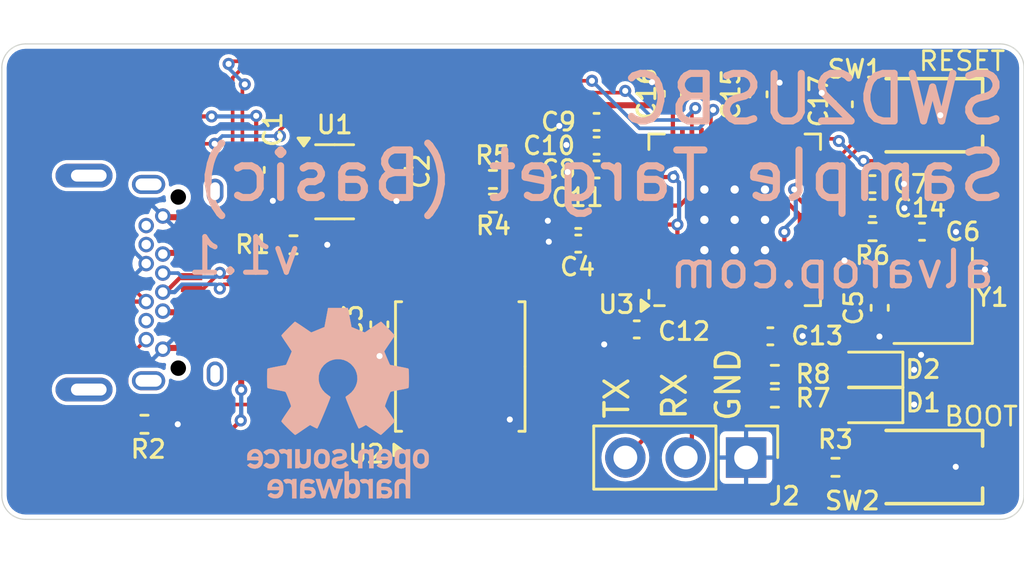
<source format=kicad_pcb>
(kicad_pcb (version 20240108) (generator "pcbnew") (generator_version "8.0")
  (title_block (title "SWD2USBC Sample Target (Basic)") (date "2025-02-16") (rev "v1.1") (company "alvarop.com"))
  (layers (0 "F.Cu" signal) (31 "B.Cu" signal) (34 "B.Paste" user) (35 "F.Paste" user) (36 "B.SilkS" user "B.Silkscreen") (37 "F.SilkS" user "F.Silkscreen") (38 "B.Mask" user) (39 "F.Mask" user) (44 "Edge.Cuts" user))
  (net 0 "")
  (net 1 "VBUS")
  (net 2 "GND")
  (net 3 "+3V3")
  (net 4 "+1V1")
  (net 5 "/XIN")
  (net 6 "Net-(C6-Pad1)")
  (net 7 "Net-(D1-A)")
  (net 8 "Net-(D2-A)")
  (net 9 "/USB_D+")
  (net 10 "/CC2")
  (net 11 "/CC1")
  (net 13 "/SWCLK")
  (net 14 "/SWD")
  (net 15 "/SWO")
  (net 16 "/USB_D-")
  (net 18 "/RUN")
  (net 21 "/~{USB_BOOT}")
  (net 22 "/QSPI_SS")
  (net 23 "/XOUT")
  (net 24 "/LED1")
  (net 25 "/LED2")
  (net 27 "/QSPI_SD0")
  (net 28 "/QSPI_SD2")
  (net 29 "/QSPI_SD3")
  (net 30 "/QSPI_SD1")
  (net 31 "/QSPI_SCLK")
  (net 39 "/UART0_TX")
  (net 47 "/UART0_RX")
  (net 58 "/D+")
  (net 59 "/D-")
  (footprint "alvarop:UT11113-11602-7H" (layer "F.Cu") (at 84.4225 100.04 -90)
    (property "Reference" "J1" (hide yes))
    (property "Value" "USB_C_Receptacle")
  )
  (footprint "Capacitor_SMD:C_0402_1005Metric" (layer "F.Cu") (at 105.23 92.1 90)
    (property "Reference" "C16")
    (property "Value" "0.1uF")
  )
  (footprint "LED_SMD:LED_0603_1608Metric" (layer "F.Cu") (at 113.42 103.7 180)
    (property "Reference" "D2")
    (property "Value" "LED")
  )
  (footprint "Capacitor_SMD:C_0402_1005Metric" (layer "F.Cu") (at 103.71 102.01 180)
    (property "Reference" "C12")
    (property "Value" "0.1uF")
  )
  (footprint "Resistor_SMD:R_0402_1005Metric" (layer "F.Cu") (at 97.66 95.7)
    (property "Reference" "R5")
    (property "Value" "27")
  )
  (footprint "Resistor_SMD:R_0402_1005Metric" (layer "F.Cu") (at 109.52 103.9)
    (property "Reference" "R8")
    (property "Value" "5.1k")
  )
  (footprint "Package_DFN_QFN:QFN-56-1EP_7x7mm_P0.4mm_EP3.2x3.2mm" (layer "F.Cu") (at 107.83 97.4 90)
    (property "Reference" "U3")
    (property "Value" "RP2040")
  )
  (footprint "Capacitor_SMD:C_0402_1005Metric" (layer "F.Cu") (at 101.25 98.4 180)
    (property "Reference" "C4")
    (property "Value" "0.1uF")
  )
  (footprint "" (layer "F.Cu") (at 107.83 97.4)
    (property "Reference" "")
    (property "Value" "")
  )
  (footprint "easyeda:SW-SMD_L3.9-W3.0-P4.45" (layer "F.Cu") (at 116.23 107.8 180)
    (property "Reference" "SW2")
    (property "Value" "SW_Push")
  )
  (footprint "" (layer "F.Cu") (at 109.105 96.125)
    (property "Reference" "")
    (property "Value" "")
  )
  (footprint "" (layer "F.Cu") (at 109.105 97.4)
    (property "Reference" "")
    (property "Value" "")
  )
  (footprint "" (layer "F.Cu") (at 107.83 96.125)
    (property "Reference" "")
    (property "Value" "")
  )
  (footprint "Capacitor_SMD:C_0402_1005Metric" (layer "F.Cu") (at 115.71 97.9)
    (property "Reference" "C6")
    (property "Value" "15p")
  )
  (footprint "" (layer "F.Cu") (at 109.105 98.675)
    (property "Reference" "")
    (property "Value" "")
  )
  (footprint "Capacitor_SMD:C_0402_1005Metric" (layer "F.Cu") (at 113.63 96.9)
    (property "Reference" "C14")
    (property "Value" "0.1uF")
  )
  (footprint "Resistor_SMD:R_0402_1005Metric" (layer "F.Cu") (at 83 106)
    (property "Reference" "R2")
    (property "Value" "5.1k")
  )
  (footprint "Capacitor_SMD:C_0402_1005Metric" (layer "F.Cu") (at 109.33 102.3)
    (property "Reference" "C13")
    (property "Value" "0.1uF")
  )
  (footprint "Crystal:Crystal_SMD_3225-4Pin_3.2x2.5mm" (layer "F.Cu") (at 116.18 100.6 90)
    (property "Reference" "Y1")
    (property "Value" "ABM8-272-T3")
  )
  (footprint "Capacitor_SMD:C_0402_1005Metric" (layer "F.Cu") (at 112.42 92.54 90)
    (property "Reference" "C17")
    (property "Value" "0.1uF")
  )
  (footprint "" (layer "F.Cu") (at 106.555 96.125)
    (property "Reference" "")
    (property "Value" "")
  )
  (footprint "Resistor_SMD:R_0402_1005Metric" (layer "F.Cu") (at 113.63 97.9)
    (property "Reference" "R6")
    (property "Value" "1k")
  )
  (footprint "Resistor_SMD:R_0402_1005Metric" (layer "F.Cu") (at 97.66 96.7)
    (property "Reference" "R4")
    (property "Value" "27")
  )
  (footprint "Connector_PinHeader_2.54mm:PinHeader_1x03_P2.54mm_Vertical" (layer "F.Cu") (at 108.31 107.4 -90)
    (property "Reference" "J2")
    (property "Value" "Conn_01x03")
  )
  (footprint "" (layer "F.Cu") (at 106.555 97.4)
    (property "Reference" "")
    (property "Value" "")
  )
  (footprint "" (layer "F.Cu") (at 107.83 98.675)
    (property "Reference" "")
    (property "Value" "")
  )
  (footprint "Package_TO_SOT_SMD:SOT-23-5" (layer "F.Cu") (at 91 95.8)
    (property "Reference" "U1")
    (property "Value" "MIC5504-3.3YM5")
  )
  (footprint "Capacitor_SMD:C_0402_1005Metric" (layer "F.Cu") (at 113.93 101.1 -90)
    (property "Reference" "C5")
    (property "Value" "15p")
  )
  (footprint "Capacitor_SMD:C_0402_1005Metric" (layer "F.Cu") (at 101.25 97.4 180)
    (property "Reference" "C11")
    (property "Value" "0.1uF")
  )
  (footprint "Capacitor_SMD:C_0402_1005Metric" (layer "F.Cu") (at 113.63 95.9)
    (property "Reference" "C7")
    (property "Value" "0.1uF")
  )
  (footprint "Resistor_SMD:R_0402_1005Metric" (layer "F.Cu") (at 112.07 107.81)
    (property "Reference" "R3")
    (property "Value" "1k")
  )
  (footprint "Package_SO:SOIC-8_5.23x5.23mm_P1.27mm" (layer "F.Cu") (at 96.285 103.57 90)
    (property "Reference" "U2")
    (property "Value" "W25Q128JVS")
  )
  (footprint "LED_SMD:LED_0603_1608Metric" (layer "F.Cu") (at 113.42 105.2 180)
    (property "Reference" "D1")
    (property "Value" "LED")
  )
  (footprint "Resistor_SMD:R_0402_1005Metric" (layer "F.Cu") (at 109.52 104.9)
    (property "Reference" "R7")
    (property "Value" "5.1k")
  )
  (footprint "Capacitor_SMD:C_0402_1005Metric" (layer "F.Cu") (at 102.02 94.28 180)
    (property "Reference" "C10")
    (property "Value" "1uF")
  )
  (footprint "Capacitor_SMD:C_0402_1005Metric" (layer "F.Cu") (at 93.6 95.34 -90)
    (property "Reference" "C2")
    (property "Value" "1uF")
  )
  (footprint "Capacitor_SMD:C_0402_1005Metric" (layer "F.Cu") (at 92.88 101.8 -90)
    (property "Reference" "C3")
    (property "Value" "0.1uF")
  )
  (footprint "Capacitor_SMD:C_0402_1005Metric" (layer "F.Cu") (at 108.83 92.12 90)
    (property "Reference" "C15")
    (property "Value" "0.1uF")
  )
  (footprint "Capacitor_SMD:C_0402_1005Metric" (layer "F.Cu") (at 102.02 95.28 180)
    (property "Reference" "C8")
    (property "Value" "1uF")
  )
  (footprint "Resistor_SMD:R_0402_1005Metric" (layer "F.Cu") (at 89.27 98.45)
    (property "Reference" "R1")
    (property "Value" "5.1k")
  )
  (footprint "" (layer "F.Cu") (at 106.555 98.675)
    (property "Reference" "")
    (property "Value" "")
  )
  (footprint "easyeda:SW-SMD_L3.9-W3.0-P4.45" (layer "F.Cu") (at 116.23 93 180)
    (property "Reference" "SW1")
    (property "Value" "SW_Push")
  )
  (footprint "Capacitor_SMD:C_0402_1005Metric" (layer "F.Cu") (at 88.4 95.3 -90)
    (property "Reference" "C1")
    (property "Value" "1uF")
  )
  (footprint "Capacitor_SMD:C_0402_1005Metric" (layer "F.Cu") (at 102.02 93.28 180)
    (property "Reference" "C9")
    (property "Value" "0.1uF")
  )
  (footprint "Symbol:OSHW-Logo_7.5x8mm_SilkScreen" (layer "B.Cu") (at 91.15 105.11 180)
    (property "Reference" "REF**" (hide yes))
    (property "Value" "OSHW-Logo_7.5x8mm_SilkScreen" (hide yes))
  )
  (gr_line (start 119 110) (end 78 110) (stroke (width 0.05)) (layer "Edge.Cuts"))
  (gr_arc (start 78 110) (mid 77.292893 109.707107) (end 77 109) (stroke (width 0.05)) (layer "Edge.Cuts"))
  (gr_line (start 120 91) (end 120 109) (stroke (width 0.05)) (layer "Edge.Cuts"))
  (gr_line (start 78 90) (end 119 90) (stroke (width 0.05)) (layer "Edge.Cuts"))
  (gr_arc (start 120 109) (mid 119.707107 109.707107) (end 119 110) (stroke (width 0.05)) (layer "Edge.Cuts"))
  (gr_line (start 77 109) (end 77 91) (stroke (width 0.05)) (layer "Edge.Cuts"))
  (gr_arc (start 119 90) (mid 119.707107 90.292893) (end 120 91) (stroke (width 0.05)) (layer "Edge.Cuts"))
  (gr_arc (start 77 91) (mid 77.292893 90.292893) (end 78 90) (stroke (width 0.05)) (layer "Edge.Cuts"))
  (gr_text "${REVISION}" (at 89.68 99.8 0) (layer "B.SilkS") (effects (font (size 1.5 1.5) (thickness 0.214286)) (justify left bottom mirror)))
  (gr_text "alvarop.com" (at 118.89 100.37 0) (layer "B.SilkS") (effects (font (size 1.5 1.5) (thickness 0.214286)) (justify left bottom mirror)))
  (gr_text "SWD2USBC \nSample Target (Basic)" (at 119.4 96.72 0) (layer "B.SilkS") (effects (font (size 2 2) (thickness 0.3)) (justify left bottom mirror)))
  (gr_text "RESET" (at 115.51 91.19 0) (layer "F.SilkS") (effects (font (size 0.8 0.8) (thickness 0.114286)) (justify left bottom)))
  (gr_text "RX" (at 105.88 105.89 90) (layer "F.SilkS") (effects (font (size 1 1) (thickness 0.142857)) (justify left bottom)))
  (gr_text "GND" (at 108.14 105.95 90) (layer "F.SilkS") (effects (font (size 1 1) (thickness 0.142857)) (justify left bottom)))
  (gr_text "BOOT" (at 116.58 106.14 0) (layer "F.SilkS") (effects (font (size 0.8 0.8) (thickness 0.114286)) (justify left bottom)))
  (gr_text "TX" (at 103.46 105.85 90) (layer "F.SilkS") (effects (font (size 1 1) (thickness 0.142857)) (justify left bottom)))
  (segment (start 87.49 95.21) (end 87.49 96.9) (width 0.254) (layer "F.Cu") (net 1))
  (segment (start 87.07 102.33) (end 87.07 104.55) (width 0.254) (layer "F.Cu") (net 1))
  (segment (start 83.8225 101.29) (end 83.7725 101.24) (width 0.254) (layer "F.Cu") (net 1))
  (segment (start 84.9825 101.29) (end 83.8225 101.29) (width 0.254) (layer "F.Cu") (net 1))
  (segment (start 89.8625 96.75) (end 89.2 96.75) (width 0.1524) (layer "F.Cu") (net 1))
  (segment (start 84.9825 101.29) (end 86.03 101.29) (width 0.254) (layer "F.Cu") (net 1))
  (segment (start 79.15 107.13) (end 78.2 106.18) (width 0.1778) (layer "F.Cu") (net 1))
  (segment (start 83.8225 98.79) (end 84.9825 98.79) (width 0.254) (layer "F.Cu") (net 1))
  (segment (start 87.49 96.9) (end 87.12 97.27) (width 0.254) (layer "F.Cu") (net 1))
  (segment (start 87.05 105.84) (end 85.76 107.13) (width 0.1778) (layer "F.Cu") (net 1))
  (segment (start 83.7725 98.84) (end 83.8225 98.79) (width 0.254) (layer "F.Cu") (net 1))
  (segment (start 78.2 106.18) (end 78.2 94.89) (width 0.1778) (layer "F.Cu") (net 1))
  (segment (start 87.88 94.82) (end 87.7 94.64) (width 0.1778) (layer "F.Cu") (net 1))
  (segment (start 87.12 97.27) (end 85.6 98.79) (width 0.254) (layer "F.Cu") (net 1))
  (segment (start 78.2 94.89) (end 80.04 93.05) (width 0.1778) (layer "F.Cu") (net 1))
  (segment (start 89.2 96.75) (end 88.68 97.27) (width 0.1524) (layer "F.Cu") (net 1))
  (segment (start 85.76 107.13) (end 79.15 107.13) (width 0.1778) (layer "F.Cu") (net 1))
  (segment (start 88.4 94.82) (end 89.8325 94.82) (width 0.254) (layer "F.Cu") (net 1))
  (segment (start 86.03 101.29) (end 87.07 102.33) (width 0.254) (layer "F.Cu") (net 1))
  (segment (start 80.04 93.05) (end 85.825 93.05) (width 0.1778) (layer "F.Cu") (net 1))
  (segment (start 87.88 94.82) (end 87.49 95.21) (width 0.254) (layer "F.Cu") (net 1))
  (segment (start 87.7 94.64) (end 87.7 93.025) (width 0.1778) (layer "F.Cu") (net 1))
  (segment (start 88.68 97.27) (end 87.12 97.27) (width 0.1524) (layer "F.Cu") (net 1))
  (segment (start 88.4 94.82) (end 87.88 94.82) (width 0.254) (layer "F.Cu") (net 1))
  (segment (start 85.6 98.79) (end 84.9825 98.79) (width 0.254) (layer "F.Cu") (net 1))
  (segment (start 89.8325 94.82) (end 89.8625 94.85) (width 0.254) (layer "F.Cu") (net 1))
  (via (at 87.7 93.025) (size 0.508) (drill 0.254) (layers "F.Cu" "B.Cu") (net 1))
  (via (at 87.05 105.84) (size 0.508) (drill 0.254) (layers "F.Cu" "B.Cu") (net 1))
  (via (at 85.825 93.05) (size 0.508) (drill 0.254) (layers "F.Cu" "B.Cu") (net 1))
  (via (at 87.07 104.55) (size 0.508) (drill 0.254) (layers "F.Cu" "B.Cu") (net 1))
  (segment (start 87.07 104.55) (end 87.07 105.59) (width 0.1778) (layer "B.Cu") (net 1))
  (segment (start 87.675 93.05) (end 85.825 93.05) (width 0.1778) (layer "B.Cu") (net 1))
  (segment (start 87.07 105.59) (end 87.05 105.61) (width 0.1778) (layer "B.Cu") (net 1))
  (segment (start 87.05 105.61) (end 87.05 105.84) (width 0.1778) (layer "B.Cu") (net 1))
  (segment (start 87.7 93.025) (end 87.675 93.05) (width 0.1778) (layer "B.Cu") (net 1))
  (segment (start 102.97 102.01) (end 102.34 102.64) (width 0.1778) (layer "F.Cu") (net 2))
  (segment (start 84.9825 102.79) (end 83.8225 102.79) (width 0.254) (layer "F.Cu") (net 2))
  (segment (start 115.35 105.2) (end 115.38 105.17) (width 0.1778) (layer "F.Cu") (net 2))
  (segment (start 100.62 93.28) (end 100.45 93.45) (width 0.1778) (layer "F.Cu") (net 2))
  (segment (start 114.96 96.9) (end 114.97 96.91) (width 0.1778) (layer "F.Cu") (net 2))
  (segment (start 83.51 106) (end 84.4 106) (width 0.1524) (layer "F.Cu") (net 2))
  (segment (start 98.19 105.98) (end 98.37 105.8) (width 0.1524) (layer "F.Cu") (net 2))
  (segment (start 109.81 102.3) (end 110.68 102.3) (width 0.1524) (layer "F.Cu") (net 2))
  (segment (start 100.78 94.28) (end 100.75 94.25) (width 0.1778) (layer "F.Cu") (net 2))
  (segment (start 83.8225 102.79) (end 83.7725 102.84) (width 0.254) (layer "F.Cu") (net 2))
  (segment (start 88.42 95.8) (end 88.4 95.78) (width 0.254) (layer "F.Cu") (net 2))
  (segment (start 104.36 91.62) (end 104.35 91.61) (width 0.1778) (layer "F.Cu") (net 2))
  (segment (start 101.54 93.28) (end 100.62 93.28) (width 0.1778) (layer "F.Cu") (net 2))
  (segment (start 115.37 103.7) (end 115.38 103.71) (width 0.1778) (layer "F.Cu") (net 2))
  (segment (start 100.77 98.4) (end 100.09 98.4) (width 0.1778) (layer "F.Cu") (net 2))
  (segment (start 111.2675 98.4) (end 111.74 98.4) (width 0.1778) (layer "F.Cu") (net 2))
  (segment (start 100.01 97.4) (end 99.97 97.44) (width 0.1778) (layer "F.Cu") (net 2))
  (segment (start 109.71 91.64) (end 109.72 91.63) (width 0.1778) (layer "F.Cu") (net 2))
  (segment (start 118.41 93) (end 116.48 93) (width 0.1524) (layer "F.Cu") (net 2))
  (segment (start 108.83 91.64) (end 109.71 91.64) (width 0.1778) (layer "F.Cu") (net 2))
  (segment (start 118.41 107.8) (end 117.14 107.8) (width 0.1524) (layer "F.Cu") (net 2))
  (segment (start 93.6 95.82) (end 93.6 96.61) (width 0.254) (layer "F.Cu") (net 2))
  (segment (start 113.93 101.58) (end 113.93 102.3) (width 0.1778) (layer "F.Cu") (net 2))
  (segment (start 83.8225 97.29) (end 83.7725 97.24) (width 0.254) (layer "F.Cu") (net 2))
  (segment (start 117.13 97.9) (end 117.14 97.91) (width 0.1778) (layer "F.Cu") (net 2))
  (segment (start 88.4 95.78) (end 88.4 96.6) (width 0.254) (layer "F.Cu") (net 2))
  (segment (start 100.77 97.4) (end 100.01 97.4) (width 0.1778) (layer "F.Cu") (net 2))
  (segment (start 84.9825 97.29) (end 83.8225 97.29) (width 0.254) (layer "F.Cu") (net 2))
  (segment (start 114.94 95.9) (end 114.95 95.89) (width 0.1778) (layer "F.Cu") (net 2))
  (segment (start 98.19 107.17) (end 98.19 105.98) (width 0.1524) (layer "F.Cu") (net 2))
  (segment (start 100.09 98.4) (end 100.01 98.32) (width 0.1778) (layer "F.Cu") (net 2))
  (segment (start 89.78 98.45) (end 90.69 98.45) (width 0.1524) (layer "F.Cu") (net 2))
  (segment (start 101.54 95.28) (end 100.91 95.28) (width 0.1778) (layer "F.Cu") (net 2))
  (segment (start 116.19 97.9) (end 117.13 97.9) (width 0.1778) (layer "F.Cu") (net 2))
  (segment (start 92.88 103.12) (end 92.89 103.13) (width 0.1524) (layer "F.Cu") (net 2))
  (segment (start 114.11 95.9) (end 114.94 95.9) (width 0.1778) (layer "F.Cu") (net 2))
  (segment (start 114.2075 103.7) (end 115.37 103.7) (width 0.1778) (layer "F.Cu") (net 2))
  (segment (start 118.35 99.5) (end 118.36 99.49) (width 0.1778) (layer "F.Cu") (net 2))
  (segment (start 111.74 98.4) (end 112.45 99.11) (width 0.1778) (layer "F.Cu") (net 2))
  (segment (start 115.33 102.74) (end 115.67 103.08) (width 0.1778) (layer "F.Cu") (net 2))
  (segment (start 105.23 91.62) (end 104.36 91.62) (width 0.1778) (layer "F.Cu") (net 2))
  (segment (start 103.23 102.01) (end 102.97 102.01) (width 0.1778) (layer "F.Cu") (net 2))
  (segment (start 92.88 102.28) (end 92.88 103.12) (width 0.1524) (layer "F.Cu") (net 2))
  (segment (start 114.11 96.9) (end 114.96 96.9) (width 0.1778) (layer "F.Cu") (net 2))
  (segment (start 111.49 92.06) (end 112.42 92.06) (width 0.1524) (layer "F.Cu") (net 2))
  (segment (start 117.14 107.8) (end 117.13 107.79) (width 0.1524) (layer "F.Cu") (net 2))
  (segment (start 113.93 102.3) (end 113.92 102.31) (width 0.1778) (layer "F.Cu") (net 2))
  (segment (start 115.33 101.7) (end 115.33 102.74) (width 0.1778) (layer "F.Cu") (net 2))
  (segment (start 114.2075 105.2) (end 115.35 105.2) (width 0.1778) (layer "F.Cu") (net 2))
  (segment (start 117.03 99.5) (end 118.35 99.5) (width 0.1778) (layer "F.Cu") (net 2))
  (segment (start 101.54 94.28) (end 100.78 94.28) (width 0.1778) (layer "F.Cu") (net 2))
  (segment (start 89.8625 95.8) (end 88.42 95.8) (width 0.254) (layer "F.Cu") (net 2))
  (segment (start 100.91 95.28) (end 100.8 95.39) (width 0.1778) (layer "F.Cu") (net 2))
  (segment (start 110.68 102.3) (end 110.69 102.29) (width 0.1524) (layer "F.Cu") (net 2))
  (via (at 115.67 103.08) (size 0.508) (drill 0.254) (layers "F.Cu" "B.Cu") (net 2))
  (via (at 111.49 92.06) (size 0.508) (drill 0.254) (layers "F.Cu" "B.Cu") (net 2))
  (via (at 102.34 102.64) (size 0.508) (drill 0.254) (layers "F.Cu" "B.Cu") (net 2))
  (via (at 112.45 99.11) (size 0.508) (drill 0.254) (layers "F.Cu" "B.Cu") (net 2))
  (via (at 104.35 91.61) (size 0.508) (drill 0.254) (layers "F.Cu" "B.Cu") (net 2))
  (via (at 100.01 98.32) (size 0.508) (drill 0.254) (layers "F.Cu" "B.Cu") (net 2))
  (via (at 114.95 95.89) (size 0.508) (drill 0.254) (layers "F.Cu" "B.Cu") (net 2))
  (via (at 118.36 99.49) (size 0.508) (drill 0.254) (layers "F.Cu" "B.Cu") (net 2))
  (via (at 98.37 105.8) (size 0.508) (drill 0.254) (layers "F.Cu" "B.Cu") (net 2))
  (via (at 116.48 93) (size 0.508) (drill 0.254) (layers "F.Cu" "B.Cu") (net 2))
  (via (at 109.72 91.63) (size 0.508) (drill 0.254) (layers "F.Cu" "B.Cu") (net 2))
  (via (at 117.14 97.91) (size 0.508) (drill 0.254) (layers "F.Cu" "B.Cu") (net 2))
  (via (at 115.38 105.17) (size 0.508) (drill 0.254) (layers "F.Cu" "B.Cu") (net 2))
  (via (at 117.13 107.79) (size 0.508) (drill 0.254) (layers "F.Cu" "B.Cu") (net 2))
  (via (at 90.69 98.45) (size 0.508) (drill 0.254) (layers "F.Cu" "B.Cu") (net 2))
  (via (at 99.97 97.44) (size 0.508) (drill 0.254) (layers "F.Cu" "B.Cu") (net 2))
  (via (at 110.69 102.29) (size 0.508) (drill 0.254) (layers "F.Cu" "B.Cu") (net 2))
  (via (at 115.38 103.71) (size 0.508) (drill 0.254) (layers "F.Cu" "B.Cu") (net 2))
  (via (at 88.4 96.6) (size 0.508) (drill 0.254) (layers "F.Cu" "B.Cu") (net 2))
  (via (at 113.92 102.31) (size 0.508) (drill 0.254) (layers "F.Cu" "B.Cu") (net 2))
  (via (at 100.75 94.25) (size 0.508) (drill 0.254) (layers "F.Cu" "B.Cu") (net 2))
  (via (at 84.4 106) (size 0.508) (drill 0.254) (layers "F.Cu" "B.Cu") (net 2))
  (via (at 92.89 103.13) (size 0.508) (drill 0.254) (layers "F.Cu" "B.Cu") (net 2))
  (via (at 100.8 95.39) (size 0.508) (drill 0.254) (layers "F.Cu" "B.Cu") (net 2))
  (via (at 100.45 93.45) (size 0.508) (drill 0.254) (layers "F.Cu" "B.Cu") (net 2))
  (via (at 114.97 96.91) (size 0.508) (drill 0.254) (layers "F.Cu" "B.Cu") (net 2))
  (via (at 93.6 96.61) (size 0.508) (drill 0.254) (layers "F.Cu" "B.Cu") (net 2))
  (segment (start 110.57 97.2) (end 111.2675 97.2) (width 0.1778) (layer "F.Cu") (net 3))
  (segment (start 103.55 96.8) (end 102.95 97.4) (width 0.1778) (layer "F.Cu") (net 3))
  (segment (start 95.93 94.86) (end 93.6 94.86) (width 0.254) (layer "F.Cu") (net 3))
  (segment (start 102.85 94.28) (end 102.5 94.28) (width 0.1778) (layer "F.Cu") (net 3))
  (segment (start 102.5 92.61) (end 102.53 92.58) (width 0.254) (layer "F.Cu") (net 3))
  (segment (start 103.15 97.2) (end 102.95 97.4) (width 0.1778) (layer "F.Cu") (net 3))
  (segment (start 93.59 94.85) (end 93.6 94.86) (width 0.254) (layer "F.Cu") (net 3))
  (segment (start 108.4 92.6) (end 108.83 92.6) (width 0.1778) (layer "F.Cu") (net 3))
  (segment (start 102.95 97.4) (end 101.73 97.4) (width 0.1778) (layer "F.Cu") (net 3))
  (segment (start 109.79 95.37) (end 109.79 96.173346) (width 0.1778) (layer "F.Cu") (net 3))
  (segment (start 108.83 100.8375) (end 108.83 102.28) (width 0.1778) (layer "F.Cu") (net 3))
  (segment (start 101.73 96.95) (end 101.56 96.78) (width 0.1778) (layer "F.Cu") (net 3))
  (segment (start 92.88 101.32) (end 93.96 101.32) (width 0.1524) (layer "F.Cu") (net 3))
  (segment (start 88.91 100.79) (end 84.9825 100.79) (width 0.1524) (layer "F.Cu") (net 3))
  (segment (start 112.28 97.2) (end 112.58 96.9) (width 0.1778) (layer "F.Cu") (net 3))
  (segment (start 103.37 94.8) (end 102.85 94.28) (width 0.1778) (layer "F.Cu") (net 3))
  (segment (start 108.83 93.9625) (end 108.83 92.6) (width 0.1778) (layer "F.Cu") (net 3))
  (segment (start 103.77 95.2) (end 102.85 94.28) (width 0.1778) (layer "F.Cu") (net 3))
  (segment (start 108.83 100.26) (end 108.9313 100.1587) (width 0.1778) (layer "F.Cu") (net 3))
  (segment (start 102.53 92.58) (end 102.525 92.575) (width 0.254) (layer "F.Cu") (net 3))
  (segment (start 106.16 91.65) (end 107.45 91.65) (width 0.1778) (layer "F.Cu") (net 3))
  (segment (start 104.3925 96.8) (end 103.55 96.8) (width 0.1778) (layer "F.Cu") (net 3))
  (segment (start 101.56 96.78) (end 99.76 96.78) (width 0.1778) (layer "F.Cu") (net 3))
  (segment (start 105.84 95.17) (end 105.23 94.56) (width 0.1778) (layer "F.Cu") (net 3))
  (segment (start 111.2675 97.2) (end 112.28 97.2) (width 0.1778) (layer "F.Cu") (net 3))
  (segment (start 92.1375 94.85) (end 93.59 94.85) (width 0.254) (layer "F.Cu") (net 3))
  (segment (start 109.79 96.173346) (end 109.79 96.42) (width 0.1778) (layer "F.Cu") (net 3))
  (segment (start 94.38 100.9) (end 94.38 99.97) (width 0.1524) (layer "F.Cu") (net 3))
  (segment (start 109.396654 94.98) (end 109.4 94.98) (width 0.1778) (layer "F.Cu") (net 3))
  (segment (start 95.79 97.45) (end 94.38 98.86) (width 0.1778) (layer "F.Cu") (net 3))
  (segment (start 105.23 92.58) (end 106.16 91.65) (width 0.1778) (layer "F.Cu") (net 3))
  (segment (start 94.38 98.86) (end 94.38 99.97) (width 0.1778) (layer "F.Cu") (net 3))
  (segment (start 108.83 100.26) (end 108.56 99.99) (width 0.1778) (layer "F.Cu") (net 3))
  (segment (start 108.83 94.413346) (end 109.396654 94.98) (width 0.1778) (layer "F.Cu") (net 3))
  (segment (start 105.23 94.56) (end 105.23 93.9625) (width 0.1778) (layer "F.Cu") (net 3))
  (segment (start 105.23 93.9625) (end 105.23 92.58) (width 0.1778) (layer "F.Cu") (net 3))
  (segment (start 102.53 92.58) (end 105.23 92.58) (width 0.254) (layer "F.Cu") (net 3))
  (segment (start 105.52 96.8) (end 105.84 96.48) (width 0.1778) (layer "F.Cu") (net 3))
  (segment (start 102.5 94.28) (end 102.5 93.28) (width 0.1778) (layer "F.Cu") (net 3))
  (segment (start 104.3925 96.8) (end 105.52 96.8) (width 0.1778) (layer "F.Cu") (net 3))
  (segment (start 105.23 100.8375) (end 105.23 101.42) (width 0.1778) (layer "F.Cu") (net 3))
  (segment (start 109.79 96.28046) (end 109.79 96.173346) (width 0.1778) (layer "F.Cu") (net 3))
  (segment (start 99.09 97.45) (end 95.79 97.45) (width 0.1778) (layer "F.Cu") (net 3))
  (segment (start 105.84 96.48) (end 105.84 95.17) (width 0.1778) (layer "F.Cu") (net 3))
  (segment (start 108.56 99.99) (end 105.52 99.99) (width 0.1778) (layer "F.Cu") (net 3))
  (segment (start 112.58 96.9) (end 113.15 96.9) (width 0.1778) (layer "F.Cu") (net 3))
  (segment (start 108.9313 100.1587) (end 109.6013 100.1587) (width 0.1778) (layer "F.Cu") (net 3))
  (segment (start 105.23 100.28) (end 105.23 100.8375) (width 0.1778) (layer "F.Cu") (net 3))
  (segment (start 109.79 96.42) (end 110.57 97.2) (width 0.1778) (layer "F.Cu") (net 3))
  (segment (start 108.83 93.9625) (end 108.83 94.413346) (width 0.1778) (layer "F.Cu") (net 3))
  (segment (start 110.57 99.19) (end 110.57 97.2) (width 0.1778) (layer "F.Cu") (net 3))
  (segment (start 104.3925 95.2) (end 103.77 95.2) (width 0.1778) (layer "F.Cu") (net 3))
  (segment (start 108.83 100.8375) (end 108.83 100.26) (width 0.1778) (layer "F.Cu") (net 3))
  (segment (start 89.44 101.32) (end 88.91 100.79) (width 0.1524) (layer "F.Cu") (net 3))
  (segment (start 105.23 101.42) (end 104.64 102.01) (width 0.1778) (layer "F.Cu") (net 3))
  (segment (start 108.83 102.28) (end 108.85 102.3) (width 0.1778) (layer "F.Cu") (net 3))
  (segment (start 104.3925 94.8) (end 103.37 94.8) (width 0.1778) (layer "F.Cu") (net 3))
  (segment (start 93.96 101.32) (end 94.38 100.9) (width 0.1524) (layer "F.Cu") (net 3))
  (segment (start 109.6013 100.1587) (end 110.57 99.19) (width 0.1778) (layer "F.Cu") (net 3))
  (segment (start 98.215 92.575) (end 95.93 94.86) (width 0.254) (layer "F.Cu") (net 3))
  (segment (start 104.64 102.01) (end 104.19 102.01) (width 0.1778) (layer "F.Cu") (net 3))
  (segment (start 101.73 97.4) (end 101.73 96.95) (width 0.1778) (layer "F.Cu") (net 3))
  (segment (start 105.52 99.99) (end 105.23 100.28) (width 0.1778) (layer "F.Cu") (net 3))
  (segment (start 104.3925 97.2) (end 103.15 97.2) (width 0.1778) (layer "F.Cu") (net 3))
  (segment (start 109.4 94.98) (end 109.79 95.37) (width 0.1778) (layer "F.Cu") (net 3))
  (segment (start 99.76 96.78) (end 99.09 97.45) (width 0.1778) (layer "F.Cu") (net 3))
  (segment (start 102.5 92.61) (end 102.5 93.28) (width 0.254) (layer "F.Cu") (net 3))
  (segment (start 102.525 92.575) (end 98.215 92.575) (width 0.254) (layer "F.Cu") (net 3))
  (segment (start 92.88 101.32) (end 89.44 101.32) (width 0.1524) (layer "F.Cu") (net 3))
  (segment (start 107.45 91.65) (end 108.4 92.6) (width 0.1778) (layer "F.Cu") (net 3))
  (segment (start 103.51 95.6) (end 103.19 95.28) (width 0.1778) (layer "F.Cu") (net 4))
  (segment (start 109.92 99.13) (end 109.62 99.43) (width 0.1778) (layer "F.Cu") (net 4))
  (segment (start 109.62 99.43) (end 105.7 99.43) (width 0.1778) (layer "F.Cu") (net 4))
  (segment (start 104.3925 95.6) (end 103.51 95.6) (width 0.1778) (layer "F.Cu") (net 4))
  (segment (start 111.2675 96.8) (end 110.816654 96.8) (width 0.1778) (layer "F.Cu") (net 4))
  (segment (start 105.42 97.6) (end 104.3925 97.6) (width 0.1778) (layer "F.Cu") (net 4))
  (segment (start 112.11 96.8) (end 113.01 95.9) (width 0.1778) (layer "F.Cu") (net 4))
  (segment (start 105.42 99.15) (end 105.42 97.6) (width 0.1778) (layer "F.Cu") (net 4))
  (segment (start 111.2675 96.8) (end 112.11 96.8) (width 0.1778) (layer "F.Cu") (net 4))
  (segment (start 103.31 97.6) (end 102.51 98.4) (width 0.1778) (layer "F.Cu") (net 4))
  (segment (start 104.3925 97.6) (end 103.31 97.6) (width 0.1778) (layer "F.Cu") (net 4))
  (segment (start 109.92 97.91) (end 109.92 99.13) (width 0.1778) (layer "F.Cu") (net 4))
  (segment (start 113.01 95.9) (end 113.15 95.9) (width 0.1778) (layer "F.Cu") (net 4))
  (segment (start 110.33 96.313346) (end 110.33 96.12) (width 0.1778) (layer "F.Cu") (net 4))
  (segment (start 104.3925 95.6) (end 105.25 95.6) (width 0.1778) (layer "F.Cu") (net 4))
  (segment (start 103.19 95.28) (end 102.5 95.28) (width 0.1778) (layer "F.Cu") (net 4))
  (segment (start 110.816654 96.8) (end 110.33 96.313346) (width 0.1778) (layer "F.Cu") (net 4))
  (segment (start 105.7 99.43) (end 105.42 99.15) (width 0.1778) (layer "F.Cu") (net 4))
  (segment (start 102.51 98.4) (end 101.73 98.4) (width 0.1778) (layer "F.Cu") (net 4))
  (via (at 109.92 97.91) (size 0.508) (drill 0.254) (layers "F.Cu" "B.Cu") (net 4))
  (via (at 105.42 97.6) (size 0.508) (drill 0.254) (layers "F.Cu" "B.Cu") (net 4))
  (via (at 105.25 95.6) (size 0.508) (drill 0.254) (layers "F.Cu" "B.Cu") (net 4))
  (via (at 110.33 96.12) (size 0.508) (drill 0.254) (layers "F.Cu" "B.Cu") (net 4))
  (segment (start 110.4 95.92) (end 110.4 97.3) (width 0.1778) (layer "B.Cu") (net 4))
  (segment (start 105.32 95.66) (end 105.49 95.83) (width 0.1778) (layer "B.Cu") (net 4))
  (segment (start 105.49 95.83) (end 105.49 97.4) (width 0.1778) (layer "B.Cu") (net 4))
  (segment (start 105.32 95.4) (end 105.32 95.66) (width 0.1778) (layer "B.Cu") (net 4))
  (segment (start 110.4 97.3) (end 109.99 97.71) (width 0.1778) (layer "B.Cu") (net 4))
  (segment (start 117.03 101.54) (end 117.03 101.7) (width 0.1778) (layer "F.Cu") (net 5))
  (segment (start 113.25 98.51) (end 113.93 99.19) (width 0.1778) (layer "F.Cu") (net 5))
  (segment (start 113.93 99.19) (end 113.93 100.62) (width 0.1778) (layer "F.Cu") (net 5))
  (segment (start 111.2675 98) (end 111.923026 98) (width 0.1778) (layer "F.Cu") (net 5))
  (segment (start 111.923026 98) (end 112.433026 98.51) (width 0.1778) (layer "F.Cu") (net 5))
  (segment (start 113.93 100.62) (end 116.11 100.62) (width 0.1778) (layer "F.Cu") (net 5))
  (segment (start 116.11 100.62) (end 117.03 101.54) (width 0.1778) (layer "F.Cu") (net 5))
  (segment (start 112.433026 98.51) (end 113.25 98.51) (width 0.1778) (layer "F.Cu") (net 5))
  (segment (start 114.14 97.9) (end 115.23 97.9) (width 0.1778) (layer "F.Cu") (net 6))
  (segment (start 115.23 97.9) (end 115.33 98) (width 0.1778) (layer "F.Cu") (net 6))
  (segment (start 115.33 98) (end 115.33 99.5) (width 0.1778) (layer "F.Cu") (net 6))
  (segment (start 110.03 104.9) (end 111.4 104.9) (width 0.1778) (layer "F.Cu") (net 7))
  (segment (start 111.4 104.9) (end 111.7 105.2) (width 0.1778) (layer "F.Cu") (net 7))
  (segment (start 111.7 105.2) (end 112.6325 105.2) (width 0.1778) (layer "F.Cu") (net 7))
  (segment (start 111.54 103.7) (end 112.6325 103.7) (width 0.1778) (layer "F.Cu") (net 8))
  (segment (start 110.03 103.9) (end 111.34 103.9) (width 0.1778) (layer "F.Cu") (net 8))
  (segment (start 111.34 103.9) (end 111.54 103.7) (width 0.1778) (layer "F.Cu") (net 8))
  (segment (start 95.833128 96.3524) (end 92.073128 100.1124) (width 0.1524) (layer "F.Cu") (net 9))
  (segment (start 86.347799 100.112401) (end 86.17 100.2902) (width 0.1524) (layer "F.Cu") (net 9))
  (segment (start 92.073128 100.1124) (end 86.5776 100.1124) (width 0.1524) (layer "F.Cu") (net 9))
  (segment (start 83.7725 100.44) (end 83.89 100.44) (width 0.1778) (layer "F.Cu") (net 9))
  (segment (start 86.577599 100.112401) (end 86.347799 100.112401) (width 0.1524) (layer "F.Cu") (net 9))
  (segment (start 84.54 99.79) (end 84.9825 99.79) (width 0.1778) (layer "F.Cu") (net 9))
  (segment (start 83.89 100.44) (end 84.54 99.79) (width 0.1778) (layer "F.Cu") (net 9))
  (segment (start 96.669999 96.7) (end 96.322399 96.3524) (width 0.1524) (layer "F.Cu") (net 9))
  (segment (start 86.5776 100.1124) (end 86.577599 100.112401) (width 0.1524) (layer "F.Cu") (net 9))
  (segment (start 97.15 96.7) (end 96.669999 96.7) (width 0.1524) (layer "F.Cu") (net 9))
  (segment (start 96.322399 96.3524) (end 95.833128 96.3524) (width 0.1524) (layer "F.Cu") (net 9))
  (via (at 86.17 100.2902) (size 0.508) (drill 0.254) (layers "F.Cu" "B.Cu") (net 9))
  (segment (start 84.2651 100.44) (end 84.58 100.1251) (width 0.1778) (layer "B.Cu") (net 9))
  (segment (start 85.9922 100.1124) (end 84.58 100.1124) (width 0.1524) (layer "B.Cu") (net 9))
  (segment (start 83.7725 100.44) (end 84.2651 100.44) (width 0.1778) (layer "B.Cu") (net 9))
  (segment (start 86.17 100.2902) (end 85.9922 100.1124) (width 0.1524) (layer "B.Cu") (net 9))
  (segment (start 78.77 105.22) (end 79.55 106) (width 0.1778) (layer "F.Cu") (net 10))
  (segment (start 78.77 101.74) (end 78.77 105.22) (width 0.1778) (layer "F.Cu") (net 10))
  (segment (start 106.83 92.87) (end 106.925 92.775) (width 0.1524) (layer "F.Cu") (net 10))
  (segment (start 106.83 93.9625) (end 106.83 92.87) (width 0.1524) (layer "F.Cu") (net 10))
  (segment (start 79.55 106) (end 82.49 106) (width 0.1778) (layer "F.Cu") (net 10))
  (segment (start 83.0725 100.84) (end 79.67 100.84) (width 0.1778) (layer "F.Cu") (net 10))
  (segment (start 85.95 94.2) (end 83.15 94.2) (width 0.1524) (layer "F.Cu") (net 10))
  (segment (start 90.775 91.55) (end 88.7 93.625) (width 0.1524) (layer "F.Cu") (net 10))
  (segment (start 88.7 93.625) (end 88.7 93.875) (width 0.1524) (layer "F.Cu") (net 10))
  (segment (start 82.075 99.8425) (end 83.0725 100.84) (width 0.1524) (layer "F.Cu") (net 10))
  (segment (start 101.825 91.55) (end 90.775 91.55) (width 0.1524) (layer "F.Cu") (net 10))
  (segment (start 79.67 100.84) (end 78.77 101.74) (width 0.1778) (layer "F.Cu") (net 10))
  (segment (start 83.15 94.2) (end 82.075 95.275) (width 0.1524) (layer "F.Cu") (net 10))
  (segment (start 82.075 95.275) (end 82.075 99.8425) (width 0.1524) (layer "F.Cu") (net 10))
  (via (at 88.7 93.875) (size 0.508) (drill 0.254) (layers "F.Cu" "B.Cu") (net 10))
  (via (at 101.825 91.55) (size 0.508) (drill 0.254) (layers "F.Cu" "B.Cu") (net 10))
  (via (at 85.95 94.2) (size 0.508) (drill 0.254) (layers "F.Cu" "B.Cu") (net 10))
  (via (at 106.925 92.775) (size 0.508) (drill 0.254) (layers "F.Cu" "B.Cu") (net 10))
  (segment (start 103.825 93.55) (end 101.825 91.55) (width 0.1524) (layer "B.Cu") (net 10))
  (segment (start 104.275 93.55) (end 103.825 93.55) (width 0.1524) (layer "B.Cu") (net 10))
  (segment (start 106.325 93.55) (end 104.275 93.55) (width 0.1524) (layer "B.Cu") (net 10))
  (segment (start 106.925 92.775) (end 106.925 92.95) (width 0.1524) (layer "B.Cu") (net 10))
  (segment (start 85.95 94.2) (end 86.275 93.875) (width 0.1524) (layer "B.Cu") (net 10))
  (segment (start 106.925 92.95) (end 106.325 93.55) (width 0.1524) (layer "B.Cu") (net 10))
  (segment (start 86.275 93.875) (end 88.7 93.875) (width 0.1524) (layer "B.Cu") (net 10))
  (segment (start 89.385 97.825) (end 90.825 97.825) (width 0.1524) (layer "F.Cu") (net 11))
  (segment (start 106.03 93.9625) (end 106.03 92.845) (width 0.1524) (layer "F.Cu") (net 11))
  (segment (start 90.825 97.825) (end 91.2488 97.4012) (width 0.1524) (layer "F.Cu") (net 11))
  (segment (start 106.03 92.845) (end 106.175 92.7) (width 0.1524) (layer "F.Cu") (net 11))
  (segment (start 103.15 92.05) (end 103.225 91.975) (width 0.1524) (layer "F.Cu") (net 11))
  (segment (start 91.2488 93.8012) (end 93 92.05) (width 0.1524) (layer "F.Cu") (net 11))
  (segment (start 88.76 98.45) (end 89.385 97.825) (width 0.1524) (layer "F.Cu") (net 11))
  (segment (start 91.2488 97.4012) (end 91.2488 93.8012) (width 0.1524) (layer "F.Cu") (net 11))
  (segment (start 85.77 99.29) (end 84.9825 99.29) (width 0.1524) (layer "F.Cu") (net 11))
  (segment (start 88.76 98.45) (end 86.61 98.45) (width 0.1524) (layer "F.Cu") (net 11))
  (segment (start 93 92.05) (end 103.15 92.05) (width 0.1524) (layer "F.Cu") (net 11))
  (segment (start 86.61 98.45) (end 85.77 99.29) (width 0.1524) (layer "F.Cu") (net 11))
  (via (at 106.175 92.7) (size 0.508) (drill 0.254) (layers "F.Cu" "B.Cu") (net 11))
  (via (at 103.225 91.975) (size 0.508) (drill 0.254) (layers "F.Cu" "B.Cu") (net 11))
  (segment (start 104.45 93.2) (end 105.675 93.2) (width 0.1524) (layer "B.Cu") (net 11))
  (segment (start 103.225 91.975) (end 104.45 93.2) (width 0.1524) (layer "B.Cu") (net 11))
  (segment (start 105.675 93.2) (end 106.175 92.7) (width 0.1524) (layer "B.Cu") (net 11))
  (segment (start 115.006252 94.3948) (end 115.3948 94.006252) (width 0.1524) (layer "F.Cu") (net 13))
  (segment (start 111.2675 96.4) (end 111.736052 96.4) (width 0.1524) (layer "F.Cu") (net 13))
  (segment (start 115.3948 94.006252) (end 115.3948 91.913748) (width 0.1524) (layer "F.Cu") (net 13))
  (segment (start 112.51 95.626052) (end 112.51 94.9) (width 0.1524) (layer "F.Cu") (net 13))
  (segment (start 115.3948 91.913748) (end 114.211052 90.73) (width 0.1524) (layer "F.Cu") (net 13))
  (segment (start 87.12 91.8) (end 87.12 96.73) (width 0.1524) (layer "F.Cu") (net 13))
  (segment (start 87.12 96.73) (end 85.56 98.29) (width 0.1524) (layer "F.Cu") (net 13))
  (segment (start 87.22 91.7) (end 87.12 91.8) (width 0.1524) (layer "F.Cu") (net 13))
  (segment (start 114.211052 90.73) (end 86.65 90.73) (width 0.1524) (layer "F.Cu") (net 13))
  (segment (start 111.736052 96.4) (end 112.51 95.626052) (width 0.1524) (layer "F.Cu") (net 13))
  (segment (start 113.0152 94.3948) (end 115.006252 94.3948) (width 0.1524) (layer "F.Cu") (net 13))
  (segment (start 86.65 90.73) (end 86.54 90.84) (width 0.1524) (layer "F.Cu") (net 13))
  (segment (start 112.51 94.9) (end 113.0152 94.3948) (width 0.1524) (layer "F.Cu") (net 13))
  (segment (start 85.56 98.29) (end 84.9825 98.29) (width 0.1524) (layer "F.Cu") (net 13))
  (via (at 86.54 90.84) (size 0.508) (drill 0.254) (layers "F.Cu" "B.Cu") (net 13))
  (via (at 87.22 91.7) (size 0.508) (drill 0.254) (layers "F.Cu" "B.Cu") (net 13))
  (segment (start 86.54 91.02) (end 86.54 90.84) (width 0.1524) (layer "B.Cu") (net 13))
  (segment (start 87.22 91.7) (end 86.54 91.02) (width 0.1524) (layer "B.Cu") (net 13))
  (segment (start 87.08 91.05) (end 86.71 91.42) (width 0.1524) (layer "F.Cu") (net 14))
  (segment (start 111.2675 96) (end 111.705 96) (width 0.1524) (layer "F.Cu") (net 14))
  (segment (start 85.628948 97.79) (end 84.9825 97.79) (width 0.1524) (layer "F.Cu") (net 14))
  (segment (start 86.71 96.708948) (end 85.628948 97.79) (width 0.1524) (layer "F.Cu") (net 14))
  (segment (start 112.888948 94.09) (end 114.88 94.09) (width 0.1524) (layer "F.Cu") (net 14))
  (segment (start 114.88 94.09) (end 115.09 93.88) (width 0.1524) (layer "F.Cu") (net 14))
  (segment (start 86.71 91.42) (end 86.71 96.708948) (width 0.1524) (layer "F.Cu") (net 14))
  (segment (start 112.17 94.808948) (end 112.888948 94.09) (width 0.1524) (layer "F.Cu") (net 14))
  (segment (start 115.09 92.04) (end 114.1 91.05) (width 0.1524) (layer "F.Cu") (net 14))
  (segment (start 112.17 95.535) (end 112.17 94.808948) (width 0.1524) (layer "F.Cu") (net 14))
  (segment (start 111.705 96) (end 112.17 95.535) (width 0.1524) (layer "F.Cu") (net 14))
  (segment (start 115.09 93.88) (end 115.09 92.04) (width 0.1524) (layer "F.Cu") (net 14))
  (segment (start 114.1 91.05) (end 87.08 91.05) (width 0.1524) (layer "F.Cu") (net 14))
  (segment (start 86.1479 99.6298) (end 85.4877 100.29) (width 0.1524) (layer "F.Cu") (net 16))
  (segment (start 86.559999 99.807599) (end 86.347799 99.807599) (width 0.1524) (layer "F.Cu") (net 16))
  (segment (start 86.56 99.8076) (end 86.559999 99.807599) (width 0.1524) (layer "F.Cu") (net 16))
  (segment (start 86.347799 99.807599) (end 86.17 99.6298) (width 0.1524) (layer "F.Cu") (net 16))
  (segment (start 91.946872 99.8076) (end 86.56 99.8076) (width 0.1524) (layer "F.Cu") (net 16))
  (segment (start 96.322399 96.0476) (end 95.706872 96.0476) (width 0.1524) (layer "F.Cu") (net 16))
  (segment (start 96.669999 95.7) (end 96.322399 96.0476) (width 0.1524) (layer "F.Cu") (net 16))
  (segment (start 85.4877 100.29) (end 84.9825 100.29) (width 0.1524) (layer "F.Cu") (net 16))
  (segment (start 86.17 99.6298) (end 86.1479 99.6298) (width 0.1524) (layer "F.Cu") (net 16))
  (segment (start 97.15 95.7) (end 96.669999 95.7) (width 0.1524) (layer "F.Cu") (net 16))
  (segment (start 95.706872 96.0476) (end 91.946872 99.8076) (width 0.1524) (layer "F.Cu") (net 16))
  (via (at 86.17 99.6298) (size 0.508) (drill 0.254) (layers "F.Cu" "B.Cu") (net 16))
  (segment (start 84.58 99.8076) (end 84.4124 99.64) (width 0.1524) (layer "B.Cu") (net 16))
  (segment (start 84.4124 99.64) (end 83.7725 99.64) (width 0.1524) (layer "B.Cu") (net 16))
  (segment (start 86.17 99.6298) (end 85.9922 99.8076) (width 0.1524) (layer "B.Cu") (net 16))
  (segment (start 85.9922 99.8076) (end 84.58 99.8076) (width 0.1524) (layer "B.Cu") (net 16))
  (segment (start 82.6 105.17) (end 82.2463 104.8163) (width 0.1524) (layer "F.Cu") (net 18))
  (segment (start 110.55 94.684614) (end 111.242307 93.992307) (width 0.1524) (layer "F.Cu") (net 18))
  (segment (start 113.25 94.92) (end 116.78 94.92) (width 0.1524) (layer "F.Cu") (net 18))
  (segment (start 111.2675 95.6) (end 110.83 95.6) (width 0.1524) (layer "F.Cu") (net 18))
  (segment (start 90.44 105.17) (end 82.6 105.17) (width 0.1524) (layer "F.Cu") (net 18))
  (segment (start 112.214614 93.02) (end 112.42 93.02) (width 0.1524) (layer "F.Cu") (net 18))
  (segment (start 115.4 109.1) (end 94.37 109.1) (width 0.1524) (layer "F.Cu") (net 18))
  (segment (start 112.122307 93.992307) (end 112.213224 94.083224) (width 0.1524) (layer "F.Cu") (net 18))
  (segment (start 112.58 93) (end 114.05 93) (width 0.1524) (layer "F.Cu") (net 18))
  (segment (start 115.94 108.56) (end 115.4 109.1) (width 0.1524) (layer "F.Cu") (net 18))
  (segment (start 112.42 93.02) (end 112.56 93.02) (width 0.1524) (layer "F.Cu") (net 18))
  (segment (start 116.78 94.92) (end 119.24 97.38) (width 0.1524) (layer "F.Cu") (net 18))
  (segment (start 119.24 97.38) (end 119.24 102.76) (width 0.1524) (layer "F.Cu") (net 18))
  (segment (start 82.2463 103.2662) (end 83.0725 102.44) (width 0.1524) (layer "F.Cu") (net 18))
  (segment (start 119.24 102.76) (end 115.94 106.06) (width 0.1524) (layer "F.Cu") (net 18))
  (segment (start 110.83 95.6) (end 110.55 95.32) (width 0.1524) (layer "F.Cu") (net 18))
  (segment (start 112.56 93.02) (end 112.58 93) (width 0.1524) (layer "F.Cu") (net 18))
  (segment (start 115.94 106.06) (end 115.94 108.56) (width 0.1524) (layer "F.Cu") (net 18))
  (segment (start 111.242307 93.992307) (end 112.214614 93.02) (width 0.1524) (layer "F.Cu") (net 18))
  (segment (start 111.242307 93.992307) (end 112.122307 93.992307) (width 0.1524) (layer "F.Cu") (net 18))
  (segment (start 110.55 95.32) (end 110.55 94.684614) (width 0.1524) (layer "F.Cu") (net 18))
  (segment (start 94.37 109.1) (end 90.44 105.17) (width 0.1524) (layer "F.Cu") (net 18))
  (segment (start 82.2463 104.8163) (end 82.2463 103.2662) (width 0.1524) (layer "F.Cu") (net 18))
  (via (at 113.25 94.92) (size 0.508) (drill 0.254) (layers "F.Cu" "B.Cu") (net 18))
  (via (at 112.213224 94.083224) (size 0.508) (drill 0.254) (layers "F.Cu" "B.Cu") (net 18))
  (segment (start 112.213224 94.083224) (end 113.05 94.92) (width 0.1524) (layer "B.Cu") (net 18))
  (segment (start 113.05 94.92) (end 113.25 94.92) (width 0.1524) (layer "B.Cu") (net 18))
  (segment (start 114.04 107.81) (end 114.05 107.8) (width 0.1524) (layer "F.Cu") (net 21))
  (segment (start 112.58 107.81) (end 114.04 107.81) (width 0.1524) (layer "F.Cu") (net 21))
  (segment (start 99.095 104.835) (end 103.93 100) (width 0.1524) (layer "F.Cu") (net 22))
  (segment (start 94.38 108.295) (end 94.795 108.71) (width 0.1524) (layer "F.Cu") (net 22))
  (segment (start 99.095 107.9) (end 99.095 104.835) (width 0.1524) (layer "F.Cu") (net 22))
  (segment (start 94.38 107.17) (end 94.38 108.295) (width 0.1524) (layer "F.Cu") (net 22))
  (segment (start 110.48 107.81) (end 109.65 108.64) (width 0.1524) (layer "F.Cu") (net 22))
  (segment (start 111.56 107.81) (end 110.48 107.81) (width 0.1524) (layer "F.Cu") (net 22))
  (segment (start 103.93 100) (end 104.3925 100) (width 0.1524) (layer "F.Cu") (net 22))
  (segment (start 94.795 108.71) (end 98.285 108.71) (width 0.1524) (layer "F.Cu") (net 22))
  (segment (start 99.835 108.64) (end 99.095 107.9) (width 0.1524) (layer "F.Cu") (net 22))
  (segment (start 98.285 108.71) (end 99.095 107.9) (width 0.1524) (layer "F.Cu") (net 22))
  (segment (start 109.65 108.64) (end 99.835 108.64) (width 0.1524) (layer "F.Cu") (net 22))
  (segment (start 111.2675 97.6) (end 111.99 97.6) (width 0.1778) (layer "F.Cu") (net 23))
  (segment (start 112.29 97.9) (end 113.12 97.9) (width 0.1778) (layer "F.Cu") (net 23))
  (segment (start 111.99 97.6) (end 112.29 97.9) (width 0.1778) (layer "F.Cu") (net 23))
  (segment (start 106.43 100.8375) (end 106.43 103.99) (width 0.1778) (layer "F.Cu") (net 24))
  (segment (start 106.43 103.99) (end 107.34 104.9) (width 0.1778) (layer "F.Cu") (net 24))
  (segment (start 107.34 104.9) (end 109.01 104.9) (width 0.1778) (layer "F.Cu") (net 24))
  (segment (start 106.83 100.8375) (end 106.83 103.2) (width 0.1778) (layer "F.Cu") (net 25))
  (segment (start 106.83 103.2) (end 107.53 103.9) (width 0.1778) (layer "F.Cu") (net 25))
  (segment (start 107.53 103.9) (end 109.01 103.9) (width 0.1778) (layer "F.Cu") (net 25))
  (segment (start 103.631052 98.8) (end 102.461052 99.97) (width 0.1524) (layer "F.Cu") (net 27))
  (segment (start 104.3925 98.8) (end 103.631052 98.8) (width 0.1524) (layer "F.Cu") (net 27))
  (segment (start 102.461052 99.97) (end 98.19 99.97) (width 0.1524) (layer "F.Cu") (net 27))
  (segment (start 96.92 105.942104) (end 103.662104 99.2) (width 0.1524) (layer "F.Cu") (net 28))
  (segment (start 103.662104 99.2) (end 104.3925 99.2) (width 0.1524) (layer "F.Cu") (net 28))
  (segment (start 96.92 107.17) (end 96.92 105.942104) (width 0.1524) (layer "F.Cu") (net 28))
  (segment (start 95.65 99.170001) (end 95.65 99.97) (width 0.1524) (layer "F.Cu") (net 29))
  (segment (start 103.48 98) (end 102.29 99.19) (width 0.1524) (layer "F.Cu") (net 29))
  (segment (start 102.29 99.19) (end 99.75 99.19) (width 0.1524) (layer "F.Cu") (net 29))
  (segment (start 96.540001 98.28) (end 95.65 99.170001) (width 0.1524) (layer "F.Cu") (net 29))
  (segment (start 104.3925 98) (end 103.48 98) (width 0.1524) (layer "F.Cu") (net 29))
  (segment (start 98.84 98.28) (end 96.540001 98.28) (width 0.1524) (layer "F.Cu") (net 29))
  (segment (start 99.75 99.19) (end 98.84 98.28) (width 0.1524) (layer "F.Cu") (net 29))
  (segment (start 95.65 107.935) (end 95.65 107.17) (width 0.1524) (layer "F.Cu") (net 30))
  (segment (start 97.63 108.025) (end 97.345 108.31) (width 0.1524) (layer "F.Cu") (net 30))
  (segment (start 104.3925 99.6) (end 103.82 99.6) (width 0.1524) (layer "F.Cu") (net 30))
  (segment (start 97.63 105.79) (end 97.63 108.025) (width 0.1524) (layer "F.Cu") (net 30))
  (segment (start 97.345 108.31) (end 96.025 108.31) (width 0.1524) (layer "F.Cu") (net 30))
  (segment (start 103.82 99.6) (end 97.63 105.79) (width 0.1524) (layer "F.Cu") (net 30))
  (segment (start 96.025 108.31) (end 95.65 107.935) (width 0.1524) (layer "F.Cu") (net 30))
  (segment (start 104.3925 98.4) (end 103.6 98.4) (width 0.1524) (layer "F.Cu") (net 31))
  (segment (start 97.14 98.74) (end 96.92 98.96) (width 0.1524) (layer "F.Cu") (net 31))
  (segment (start 98.75 98.74) (end 97.14 98.74) (width 0.1524) (layer "F.Cu") (net 31))
  (segment (start 96.92 98.96) (end 96.92 99.97) (width 0.1524) (layer "F.Cu") (net 31))
  (segment (start 102.5052 99.4948) (end 99.5048 99.4948) (width 0.1524) (layer "F.Cu") (net 31))
  (segment (start 103.6 98.4) (end 102.5052 99.4948) (width 0.1524) (layer "F.Cu") (net 31))
  (segment (start 99.5048 99.4948) (end 98.75 98.74) (width 0.1524) (layer "F.Cu") (net 31))
  (segment (start 105.63 100.8375) (end 105.63 105) (width 0.1778) (layer "F.Cu") (net 39))
  (segment (start 105.63 105) (end 103.23 107.4) (width 0.1778) (layer "F.Cu") (net 39))
  (segment (start 106.03 107.14) (end 105.77 107.4) (width 0.1778) (layer "F.Cu") (net 47))
  (segment (start 106.03 100.8375) (end 106.03 107.14) (width 0.1778) (layer "F.Cu") (net 47))
  (segment (start 98.997601 96.3524) (end 103.688649 96.3524) (width 0.1524) (layer "F.Cu") (net 58))
  (segment (start 103.688649 96.3524) (end 103.736249 96.4) (width 0.1524) (layer "F.Cu") (net 58))
  (segment (start 98.17 96.7) (end 98.650001 96.7) (width 0.1524) (layer "F.Cu") (net 58))
  (segment (start 103.736249 96.4) (end 104.3925 96.4) (width 0.1524) (layer "F.Cu") (net 58))
  (segment (start 98.650001 96.7) (end 98.997601 96.3524) (width 0.1524) (layer "F.Cu") (net 58))
  (segment (start 98.650001 95.7) (end 98.997601 96.0476) (width 0.1524) (layer "F.Cu") (net 59))
  (segment (start 103.688649 96.0476) (end 103.736249 96) (width 0.1524) (layer "F.Cu") (net 59))
  (segment (start 98.997601 96.0476) (end 103.688649 96.0476) (width 0.1524) (layer "F.Cu") (net 59))
  (segment (start 98.17 95.7) (end 98.650001 95.7) (width 0.1524) (layer "F.Cu") (net 59))
  (segment (start 103.736249 96) (end 104.3925 96) (width 0.1524) (layer "F.Cu") (net 59))
  (zone (net 2) (net_name "GND") (layer "B.Cu") (connect_pads (clearance 0.1524)) (min_thickness 0.1524) (fill yes (thermal_gap 0.254) (thermal_bridge_width 0.1778))
    (polygon (pts (xy 77 90) (xy 120 90) (xy 120 110) (xy 77 110)))
  )
)
</source>
